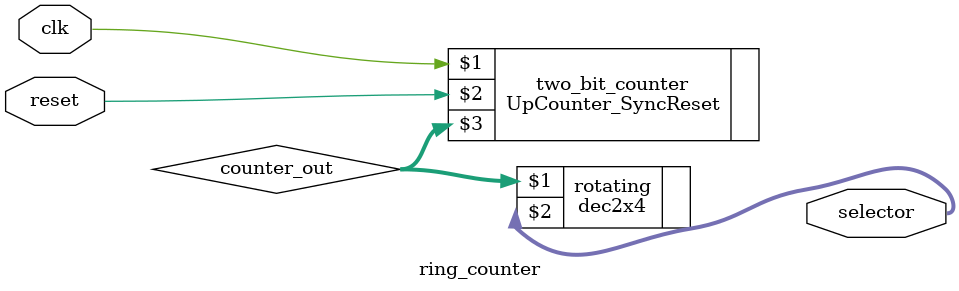
<source format=v>
`timescale 1ns / 1ps
module ring_counter(
input clk,
input reset,
output  [3:0] selector 
    );
wire [1:0] counter_out;
UpCounter_SyncReset two_bit_counter(clk,reset,counter_out);
dec2x4 rotating (counter_out,selector);
endmodule

</source>
